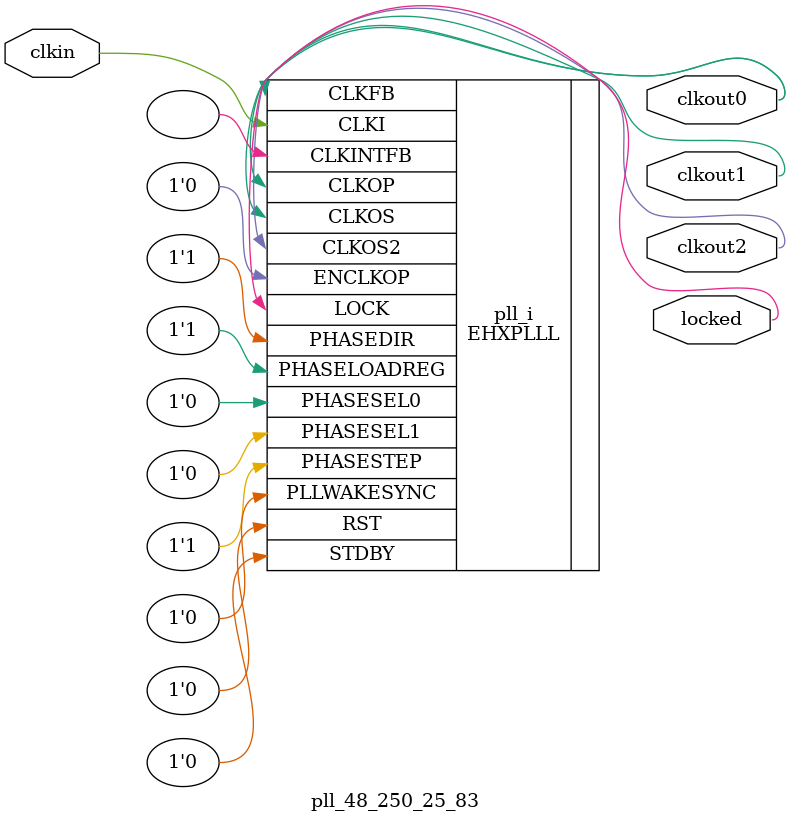
<source format=v>
module pll_48_250_25_83
(
    input clkin, // 48 MHz, 0 deg
    output clkout0, // 250.286 MHz, 0 deg
    output clkout1, // 25.0286 MHz, 0 deg
    output clkout2, // 83.4286 MHz, 0 deg
    output locked
);
(* FREQUENCY_PIN_CLKI="48" *)
(* FREQUENCY_PIN_CLKOP="250.286" *)
(* FREQUENCY_PIN_CLKOS="25.0286" *)
(* FREQUENCY_PIN_CLKOS2="83.4286" *)
(* ICP_CURRENT="12" *) (* LPF_RESISTOR="8" *) (* MFG_ENABLE_FILTEROPAMP="1" *) (* MFG_GMCREF_SEL="2" *)
EHXPLLL #(
        .PLLRST_ENA("DISABLED"),
        .INTFB_WAKE("DISABLED"),
        .STDBY_ENABLE("DISABLED"),
        .DPHASE_SOURCE("DISABLED"),
        .OUTDIVIDER_MUXA("DIVA"),
        .OUTDIVIDER_MUXB("DIVB"),
        .OUTDIVIDER_MUXC("DIVC"),
        .OUTDIVIDER_MUXD("DIVD"),
        .CLKI_DIV(14),
        .CLKOP_ENABLE("ENABLED"),
        .CLKOP_DIV(2),
        .CLKOP_CPHASE(1),
        .CLKOP_FPHASE(0),
        .CLKOS_ENABLE("ENABLED"),
        .CLKOS_DIV(20),
        .CLKOS_CPHASE(1),
        .CLKOS_FPHASE(0),
        .CLKOS2_ENABLE("ENABLED"),
        .CLKOS2_DIV(6),
        .CLKOS2_CPHASE(1),
        .CLKOS2_FPHASE(0),
        .FEEDBK_PATH("CLKOP"),
        .CLKFB_DIV(73)
    ) pll_i (
        .RST(1'b0),
        .STDBY(1'b0),
        .CLKI(clkin),
        .CLKOP(clkout0),
        .CLKOS(clkout1),
        .CLKOS2(clkout2),
        .CLKFB(clkout0),
        .CLKINTFB(),
        .PHASESEL0(1'b0),
        .PHASESEL1(1'b0),
        .PHASEDIR(1'b1),
        .PHASESTEP(1'b1),
        .PHASELOADREG(1'b1),
        .PLLWAKESYNC(1'b0),
        .ENCLKOP(1'b0),
        .LOCK(locked)
	);
endmodule

</source>
